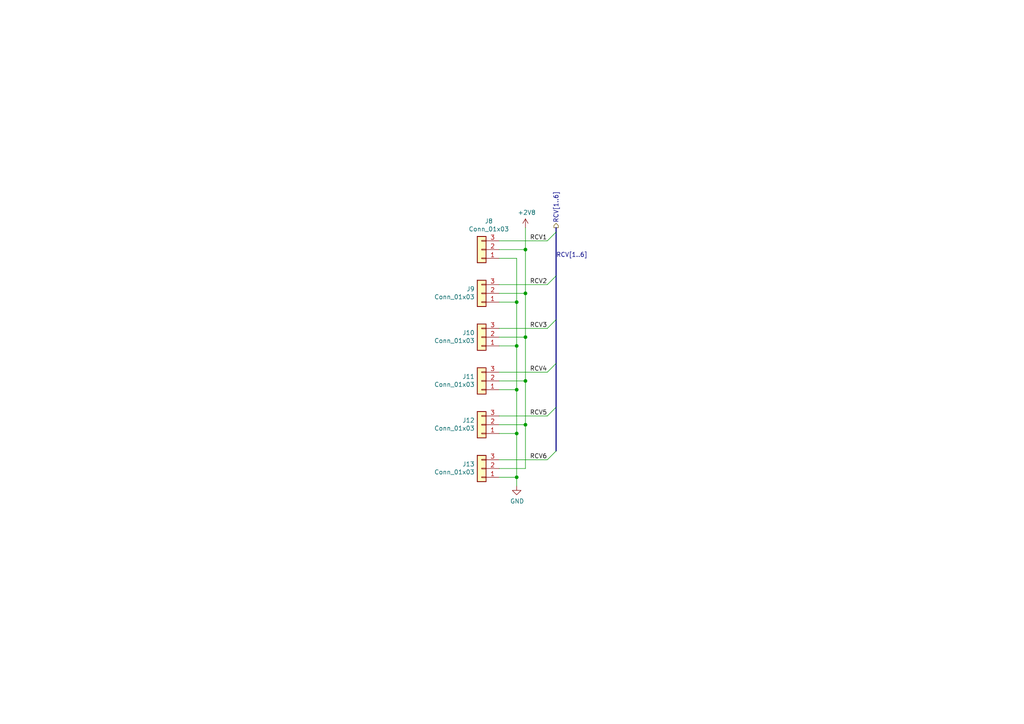
<source format=kicad_sch>
(kicad_sch (version 20211123) (generator eeschema)
  (paper "A4")
  (lib_symbols
    (symbol "Connector_Generic:Conn_01x03" (pin_names (offset 1.016) hide)
      (property "Reference" "J" (at 0 5.08 0))
      (property "Value" "Conn_01x03" (at 0 -5.08 0))
      (symbol "Conn_01x03_1_1"
        (rectangle (start -1.27 -2.413) (end 0 -2.667) (stroke (width 0.1524)))
        (rectangle (start -1.27 0.127) (end 0 -0.127) (stroke (width 0.1524)))
        (rectangle (start -1.27 2.667) (end 0 2.413) (stroke (width 0.1524)))
        (rectangle (start -1.27 3.81) (end 1.27 -3.81) (stroke (width 0.254)) (fill (type background)))
        (pin passive line (at -5.08 2.54 0) (length 3.81) (name "Pin_1") (number "1"))
        (pin passive line (at -5.08 0 0) (length 3.81) (name "Pin_2") (number "2"))
        (pin passive line (at -5.08 -2.54 0) (length 3.81) (name "Pin_3") (number "3"))
      )
    )
    (symbol "power:+2V8" (power) (pin_names (offset 0))
      (property "Value" "+2V8" (at 0 3.556 0))
      (symbol "+2V8_0_1"
        (polyline (pts (xy -0.762 1.27) (xy 0 2.54)))
        (polyline (pts (xy 0 0) (xy 0 2.54)))
        (polyline (pts (xy 0 2.54) (xy 0.762 1.27)))
      )
      (symbol "+2V8_1_1"
        (pin power_in line (at 0 0 90) (length 0) hide (name "+2V8") (number "1"))
      )
    )
    (symbol "power:GND" (power) (pin_names (offset 0))
      (property "Value" "GND" (at 0 -3.81 0))
      (symbol "GND_0_1"
        (polyline (pts (xy 0 0) (xy 0 -1.27) (xy 1.27 -1.27) (xy 0 -2.54) (xy -1.27 -1.27) (xy 0 -1.27)))
      )
      (symbol "GND_1_1"
        (pin power_in line (at 0 0 270) (length 0) hide (name "GND") (number "1"))
      )
    )
  )
  (junction (at 152.4 97.79))
  (junction (at 152.4 72.39))
  (junction (at 149.86 87.63))
  (junction (at 149.86 100.33))
  (junction (at 149.86 125.73))
  (junction (at 149.86 138.43))
  (junction (at 152.4 123.19))
  (junction (at 149.86 113.03))
  (junction (at 152.4 110.49))
  (junction (at 152.4 85.09))
  (bus_entry (at 158.75 95.25) (size 2.54 -2.54))
  (bus_entry (at 158.75 107.95) (size 2.54 -2.54))
  (bus_entry (at 158.75 120.65) (size 2.54 -2.54))
  (bus_entry (at 158.75 133.35) (size 2.54 -2.54))
  (bus_entry (at 158.75 69.85) (size 2.54 -2.54))
  (bus_entry (at 158.75 82.55) (size 2.54 -2.54))
  (wire (pts (xy 144.78 82.55) (xy 158.75 82.55)))
  (wire (pts (xy 152.4 97.79) (xy 152.4 85.09)))
  (bus (pts (xy 161.29 118.11) (xy 161.29 130.81)))
  (wire (pts (xy 144.78 95.25) (xy 158.75 95.25)))
  (bus (pts (xy 161.29 67.31) (xy 161.29 80.01)))
  (wire (pts (xy 144.78 69.85) (xy 158.75 69.85)))
  (wire (pts (xy 152.4 72.39) (xy 152.4 66.04)))
  (wire (pts (xy 144.78 100.33) (xy 149.86 100.33)))
  (wire (pts (xy 144.78 72.39) (xy 152.4 72.39)))
  (wire (pts (xy 152.4 123.19) (xy 152.4 110.49)))
  (wire (pts (xy 144.78 125.73) (xy 149.86 125.73)))
  (wire (pts (xy 144.78 85.09) (xy 152.4 85.09)))
  (wire (pts (xy 144.78 97.79) (xy 152.4 97.79)))
  (wire (pts (xy 149.86 100.33) (xy 149.86 87.63)))
  (wire (pts (xy 149.86 138.43) (xy 149.86 125.73)))
  (wire (pts (xy 144.78 133.35) (xy 158.75 133.35)))
  (bus (pts (xy 161.29 105.41) (xy 161.29 118.11)))
  (bus (pts (xy 161.29 80.01) (xy 161.29 92.71)))
  (wire (pts (xy 149.86 125.73) (xy 149.86 113.03)))
  (wire (pts (xy 149.86 87.63) (xy 149.86 74.93)))
  (wire (pts (xy 152.4 97.79) (xy 152.4 110.49)))
  (wire (pts (xy 144.78 110.49) (xy 152.4 110.49)))
  (wire (pts (xy 144.78 138.43) (xy 149.86 138.43)))
  (wire (pts (xy 144.78 135.89) (xy 152.4 135.89)))
  (wire (pts (xy 152.4 135.89) (xy 152.4 123.19)))
  (wire (pts (xy 144.78 123.19) (xy 152.4 123.19)))
  (wire (pts (xy 144.78 120.65) (xy 158.75 120.65)))
  (wire (pts (xy 152.4 85.09) (xy 152.4 72.39)))
  (bus (pts (xy 161.29 66.04) (xy 161.29 67.31)))
  (wire (pts (xy 144.78 87.63) (xy 149.86 87.63)))
  (bus (pts (xy 161.29 92.71) (xy 161.29 105.41)))
  (wire (pts (xy 144.78 113.03) (xy 149.86 113.03)))
  (wire (pts (xy 149.86 138.43) (xy 149.86 140.97)))
  (wire (pts (xy 144.78 107.95) (xy 158.75 107.95)))
  (wire (pts (xy 149.86 100.33) (xy 149.86 113.03)))
  (wire (pts (xy 144.78 74.93) (xy 149.86 74.93)))
  (label "RCV3" (at 153.67 95.25 0))
  (label "RCV[1..6]" (at 161.29 74.93 0))
  (label "RCV6" (at 153.67 133.35 0))
  (label "RCV1" (at 153.67 69.85 0))
  (label "RCV4" (at 153.67 107.95 0))
  (label "RCV2" (at 153.67 82.55 0))
  (label "RCV5" (at 153.67 120.65 0))
  (hierarchical_label "RCV[1..6]" (shape output) (at 161.29 66.04 90))
  (symbol (lib_id "Connector_Generic:Conn_01x03") (at 139.7 72.39 180) (unit 1)
    (property "Reference" "J8" (at 141.7828 64.135 0))
    (property "Value" "Conn_01x03" (at 141.7828 66.4464 0))
    (property "Footprint" "Connector_PinHeader_2.54mm:PinHeader_1x03_P2.54mm_Vertical" (effects hide))
  )
  (symbol (lib_id "Connector_Generic:Conn_01x03") (at 139.7 85.09 180) (unit 1)
    (property "Reference" "J9" (at 137.6934 83.82 0) (effects (justify left)))
    (property "Value" "Conn_01x03" (at 137.6934 86.1314 0) (effects (justify left)))
    (property "Footprint" "Connector_PinHeader_2.54mm:PinHeader_1x03_P2.54mm_Vertical" (effects hide))
  )
  (symbol (lib_id "Connector_Generic:Conn_01x03") (at 139.7 97.79 180) (unit 1)
    (property "Reference" "J10" (at 137.6934 96.52 0) (effects (justify left)))
    (property "Value" "Conn_01x03" (at 137.6934 98.8314 0) (effects (justify left)))
    (property "Footprint" "Connector_PinHeader_2.54mm:PinHeader_1x03_P2.54mm_Vertical" (effects hide))
  )
  (symbol (lib_id "power:+2V8") (at 152.4 66.04 0) (unit 1)
    (property "Reference" "#PWR0104" (effects hide))
    (property "Value" "+2V8" (at 152.781 61.6458 0))
  )
  (symbol (lib_id "Connector_Generic:Conn_01x03") (at 139.7 110.49 180) (unit 1)
    (property "Reference" "J11" (at 137.6934 109.22 0) (effects (justify left)))
    (property "Value" "Conn_01x03" (at 137.6934 111.5314 0) (effects (justify left)))
    (property "Footprint" "Connector_PinHeader_2.54mm:PinHeader_1x03_P2.54mm_Vertical" (effects hide))
  )
  (symbol (lib_id "Connector_Generic:Conn_01x03") (at 139.7 123.19 180) (unit 1)
    (property "Reference" "J12" (at 137.6934 121.92 0) (effects (justify left)))
    (property "Value" "Conn_01x03" (at 137.6934 124.2314 0) (effects (justify left)))
    (property "Footprint" "Connector_PinHeader_2.54mm:PinHeader_1x03_P2.54mm_Vertical" (effects hide))
  )
  (symbol (lib_id "Connector_Generic:Conn_01x03") (at 139.7 135.89 180) (unit 1)
    (property "Reference" "J13" (at 137.6934 134.62 0) (effects (justify left)))
    (property "Value" "Conn_01x03" (at 137.6934 136.9314 0) (effects (justify left)))
    (property "Footprint" "Connector_PinHeader_2.54mm:PinHeader_1x03_P2.54mm_Vertical" (effects hide))
  )
  (symbol (lib_id "power:GND") (at 149.86 140.97 0) (unit 1)
    (property "Reference" "#PWR0105" (effects hide))
    (property "Value" "GND" (at 149.987 145.3642 0))
  )
)
</source>
